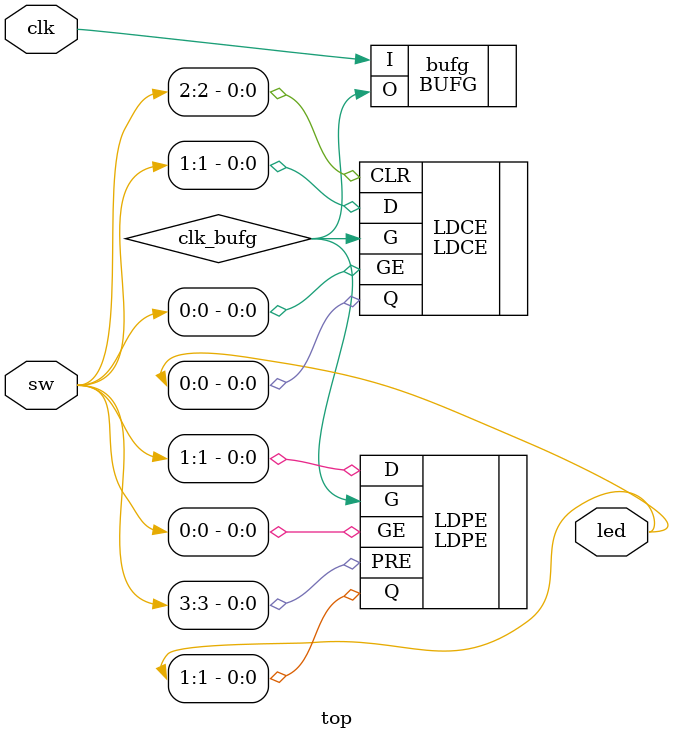
<source format=v>
module top(
    input  wire clk,

	input  wire [3:0] sw,
	output wire [1:0] led
);

    wire clk_bufg;

    BUFG bufg (.I(clk), .O(clk_bufg));

    LDCE #(
        .INIT(0),
    ) LDCE (
        .Q    (led[0]),
        .G    (clk_bufg),
        .GE   (sw[0]),
        .D    (sw[1]),
        .CLR  (sw[2])
    );

    LDPE #(
        .INIT(0),
    ) LDPE (
        .Q    (led[1]),
        .G    (clk_bufg),
        .GE   (sw[0]),
        .D    (sw[1]),
        .PRE  (sw[3])
    );

endmodule

</source>
